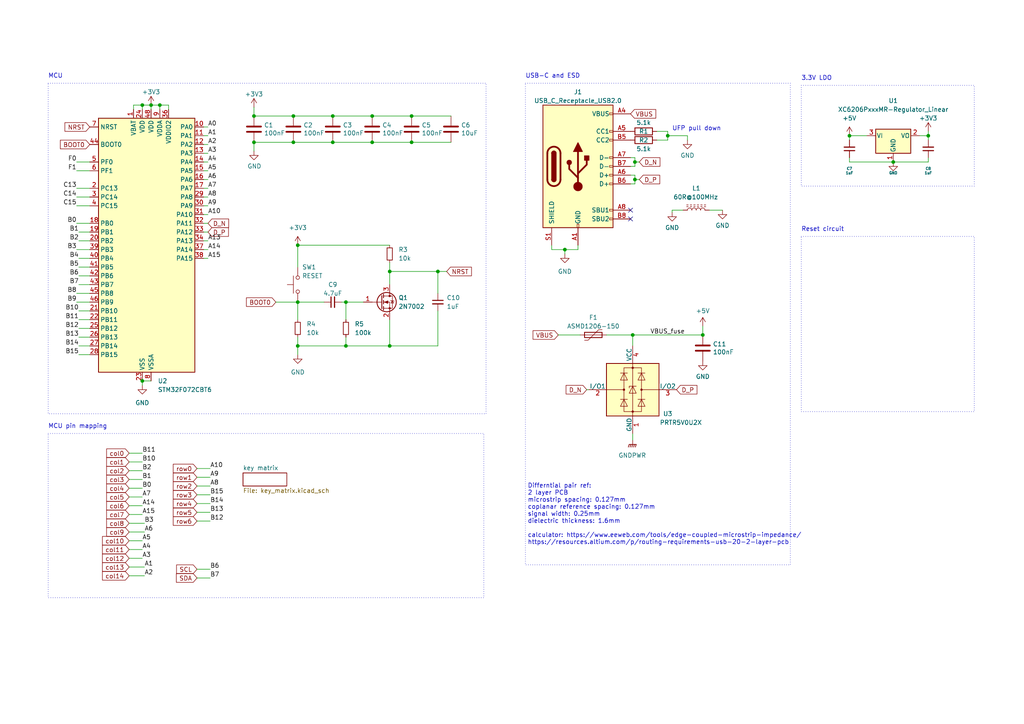
<source format=kicad_sch>
(kicad_sch (version 20230121) (generator eeschema)
  (paper "A4")
  (lib_symbols
    (symbol "+5V_1" (power) (pin_names (offset 0))
      (property "Value" "+5V_1" (at 0 3.556 0))
      (symbol "+5V_1_0_1"
        (polyline (pts (xy -0.762 1.27) (xy 0 2.54)))
        (polyline (pts (xy 0 0) (xy 0 2.54)))
        (polyline (pts (xy 0 2.54) (xy 0.762 1.27)))
      )
      (symbol "+5V_1_1_1"
        (pin power_in line (at 0 0 90) (length 0) hide (name "+5V") (number "1"))
      )
    )
    (symbol "Connector:USB_C_Receptacle_USB2.0" (pin_names (offset 1.016))
      (property "Reference" "J" (at -10.16 19.05 0))
      (property "Value" "USB_C_Receptacle_USB2.0" (at 19.05 19.05 0))
      (symbol "USB_C_Receptacle_USB2.0_0_0"
        (rectangle (start -0.254 -17.78) (end 0.254 -16.764))
        (rectangle (start 10.16 -14.986) (end 9.144 -15.494))
        (rectangle (start 10.16 -12.446) (end 9.144 -12.954))
        (rectangle (start 10.16 -4.826) (end 9.144 -5.334))
        (rectangle (start 10.16 -2.286) (end 9.144 -2.794))
        (rectangle (start 10.16 0.254) (end 9.144 -0.254))
        (rectangle (start 10.16 2.794) (end 9.144 2.286))
        (rectangle (start 10.16 7.874) (end 9.144 7.366))
        (rectangle (start 10.16 10.414) (end 9.144 9.906))
        (rectangle (start 10.16 15.494) (end 9.144 14.986))
      )
      (symbol "USB_C_Receptacle_USB2.0_0_1"
        (rectangle (start -10.16 17.78) (end 10.16 -17.78) (stroke (width 0.254)) (fill (type background)))
        (arc (start -8.89 -3.81) (mid -6.985 -5.7067) (end -5.08 -3.81) (stroke (width 0.508)))
        (arc (start -7.62 -3.81) (mid -6.985 -4.4423) (end -6.35 -3.81) (stroke (width 0.254)))
        (arc (start -7.62 -3.81) (mid -6.985 -4.4423) (end -6.35 -3.81) (stroke (width 0.254)) (fill (type outline)))
        (rectangle (start -7.62 -3.81) (end -6.35 3.81) (stroke (width 0.254)) (fill (type outline)))
        (arc (start -6.35 3.81) (mid -6.985 4.4423) (end -7.62 3.81) (stroke (width 0.254)))
        (arc (start -6.35 3.81) (mid -6.985 4.4423) (end -7.62 3.81) (stroke (width 0.254)) (fill (type outline)))
        (arc (start -5.08 3.81) (mid -6.985 5.7067) (end -8.89 3.81) (stroke (width 0.508)))
        (circle (center -2.54 1.143) (radius 0.635) (stroke (width 0.254)) (fill (type outline)))
        (circle (center 0 -5.842) (radius 1.27) (fill (type outline)))
        (polyline (pts (xy -8.89 -3.81) (xy -8.89 3.81)) (stroke (width 0.508)))
        (polyline (pts (xy -5.08 3.81) (xy -5.08 -3.81)) (stroke (width 0.508)))
        (polyline (pts (xy 0 -5.842) (xy 0 4.318)) (stroke (width 0.508)))
        (polyline (pts (xy 0 -3.302) (xy -2.54 -0.762) (xy -2.54 0.508)) (stroke (width 0.508)))
        (polyline (pts (xy 0 -2.032) (xy 2.54 0.508) (xy 2.54 1.778)) (stroke (width 0.508)))
        (polyline (pts (xy -1.27 4.318) (xy 0 6.858) (xy 1.27 4.318) (xy -1.27 4.318)) (stroke (width 0.254)) (fill (type outline)))
        (rectangle (start 1.905 1.778) (end 3.175 3.048) (stroke (width 0.254)) (fill (type outline)))
      )
      (symbol "USB_C_Receptacle_USB2.0_1_1"
        (pin passive line (at 0 -22.86 90) (length 5.08) (name "GND") (number "A1"))
        (pin passive line (at 0 -22.86 90) (length 5.08) hide (name "GND") (number "A12"))
        (pin passive line (at 15.24 15.24 180) (length 5.08) (name "VBUS") (number "A4"))
        (pin bidirectional line (at 15.24 10.16 180) (length 5.08) (name "CC1") (number "A5"))
        (pin bidirectional line (at 15.24 -2.54 180) (length 5.08) (name "D+") (number "A6"))
        (pin bidirectional line (at 15.24 2.54 180) (length 5.08) (name "D-") (number "A7"))
        (pin bidirectional line (at 15.24 -12.7 180) (length 5.08) (name "SBU1") (number "A8"))
        (pin passive line (at 15.24 15.24 180) (length 5.08) hide (name "VBUS") (number "A9"))
        (pin passive line (at 0 -22.86 90) (length 5.08) hide (name "GND") (number "B1"))
        (pin passive line (at 0 -22.86 90) (length 5.08) hide (name "GND") (number "B12"))
        (pin passive line (at 15.24 15.24 180) (length 5.08) hide (name "VBUS") (number "B4"))
        (pin bidirectional line (at 15.24 7.62 180) (length 5.08) (name "CC2") (number "B5"))
        (pin bidirectional line (at 15.24 -5.08 180) (length 5.08) (name "D+") (number "B6"))
        (pin bidirectional line (at 15.24 0 180) (length 5.08) (name "D-") (number "B7"))
        (pin bidirectional line (at 15.24 -15.24 180) (length 5.08) (name "SBU2") (number "B8"))
        (pin passive line (at 15.24 15.24 180) (length 5.08) hide (name "VBUS") (number "B9"))
        (pin passive line (at -7.62 -22.86 90) (length 5.08) (name "SHIELD") (number "S1"))
      )
    )
    (symbol "Device:C" (pin_numbers hide) (pin_names (offset 0.254))
      (property "Reference" "C" (at 0.635 2.54 0))
      (property "Value" "C" (at 0.635 -2.54 0))
      (symbol "C_0_1"
        (polyline (pts (xy -2.032 -0.762) (xy 2.032 -0.762)) (stroke (width 0.508)))
        (polyline (pts (xy -2.032 0.762) (xy 2.032 0.762)) (stroke (width 0.508)))
      )
      (symbol "C_1_1"
        (pin passive line (at 0 3.81 270) (length 2.794) (name "~") (number "1"))
        (pin passive line (at 0 -3.81 90) (length 2.794) (name "~") (number "2"))
      )
    )
    (symbol "Device:C_Small" (pin_numbers hide) (pin_names (offset 0.254) hide)
      (property "Reference" "C" (at 0.254 1.778 0))
      (property "Value" "C_Small" (at 0.254 -2.032 0))
      (symbol "C_Small_0_1"
        (polyline (pts (xy -1.524 -0.508) (xy 1.524 -0.508)) (stroke (width 0.3302)))
        (polyline (pts (xy -1.524 0.508) (xy 1.524 0.508)) (stroke (width 0.3048)))
      )
      (symbol "C_Small_1_1"
        (pin passive line (at 0 2.54 270) (length 2.032) (name "~") (number "1"))
        (pin passive line (at 0 -2.54 90) (length 2.032) (name "~") (number "2"))
      )
    )
    (symbol "Device:Polyfuse" (pin_numbers hide) (pin_names (offset 0))
      (property "Reference" "F" (at -2.54 0 90))
      (property "Value" "Polyfuse" (at 2.54 0 90))
      (symbol "Polyfuse_0_1"
        (rectangle (start -0.762 2.54) (end 0.762 -2.54) (stroke (width 0.254)))
        (polyline (pts (xy 0 2.54) (xy 0 -2.54)))
        (polyline (pts (xy -1.524 2.54) (xy -1.524 1.524) (xy 1.524 -1.524) (xy 1.524 -2.54)))
      )
      (symbol "Polyfuse_1_1"
        (pin passive line (at 0 3.81 270) (length 1.27) (name "~") (number "1"))
        (pin passive line (at 0 -3.81 90) (length 1.27) (name "~") (number "2"))
      )
    )
    (symbol "Device:R" (pin_numbers hide) (pin_names (offset 0))
      (property "Reference" "R" (at 2.032 0 90))
      (property "Value" "R" (at 0 0 90))
      (symbol "R_0_1"
        (rectangle (start -1.016 -2.54) (end 1.016 2.54) (stroke (width 0.254)))
      )
      (symbol "R_1_1"
        (pin passive line (at 0 3.81 270) (length 1.27) (name "~") (number "1"))
        (pin passive line (at 0 -3.81 90) (length 1.27) (name "~") (number "2"))
      )
    )
    (symbol "Device:R_Small" (pin_numbers hide) (pin_names (offset 0.254) hide)
      (property "Reference" "R" (at 0.762 0.508 0))
      (property "Value" "R_Small" (at 0.762 -1.016 0))
      (symbol "R_Small_0_1"
        (rectangle (start -0.762 1.778) (end 0.762 -1.778) (stroke (width 0.2032)))
      )
      (symbol "R_Small_1_1"
        (pin passive line (at 0 2.54 270) (length 0.762) (name "~") (number "1"))
        (pin passive line (at 0 -2.54 90) (length 0.762) (name "~") (number "2"))
      )
    )
    (symbol "MCU_ST_STM32F0:STM32F072CBTx"
      (property "Reference" "U" (at -12.7 39.37 0))
      (property "Value" "STM32F072CBTx" (at 10.16 39.37 0))
      (symbol "STM32F072CBTx_0_1"
        (rectangle (start -12.7 -35.56) (end 15.24 38.1) (stroke (width 0.254)) (fill (type background)))
      )
      (symbol "STM32F072CBTx_1_1"
        (pin power_in line (at -2.54 40.64 270) (length 2.54) (name "VBAT") (number "1"))
        (pin bidirectional line (at 17.78 35.56 180) (length 2.54) (name "PA0") (number "10"))
        (pin bidirectional line (at 17.78 33.02 180) (length 2.54) (name "PA1") (number "11"))
        (pin bidirectional line (at 17.78 30.48 180) (length 2.54) (name "PA2") (number "12"))
        (pin bidirectional line (at 17.78 27.94 180) (length 2.54) (name "PA3") (number "13"))
        (pin bidirectional line (at 17.78 25.4 180) (length 2.54) (name "PA4") (number "14"))
        (pin bidirectional line (at 17.78 22.86 180) (length 2.54) (name "PA5") (number "15"))
        (pin bidirectional line (at 17.78 20.32 180) (length 2.54) (name "PA6") (number "16"))
        (pin bidirectional line (at 17.78 17.78 180) (length 2.54) (name "PA7") (number "17"))
        (pin bidirectional line (at -15.24 7.62 0) (length 2.54) (name "PB0") (number "18"))
        (pin bidirectional line (at -15.24 5.08 0) (length 2.54) (name "PB1") (number "19"))
        (pin bidirectional line (at -15.24 17.78 0) (length 2.54) (name "PC13") (number "2"))
        (pin bidirectional line (at -15.24 2.54 0) (length 2.54) (name "PB2") (number "20"))
        (pin bidirectional line (at -15.24 -17.78 0) (length 2.54) (name "PB10") (number "21"))
        (pin bidirectional line (at -15.24 -20.32 0) (length 2.54) (name "PB11") (number "22"))
        (pin power_in line (at 0 -38.1 90) (length 2.54) (name "VSS") (number "23"))
        (pin power_in line (at 0 40.64 270) (length 2.54) (name "VDD") (number "24"))
        (pin bidirectional line (at -15.24 -22.86 0) (length 2.54) (name "PB12") (number "25"))
        (pin bidirectional line (at -15.24 -25.4 0) (length 2.54) (name "PB13") (number "26"))
        (pin bidirectional line (at -15.24 -27.94 0) (length 2.54) (name "PB14") (number "27"))
        (pin bidirectional line (at -15.24 -30.48 0) (length 2.54) (name "PB15") (number "28"))
        (pin bidirectional line (at 17.78 15.24 180) (length 2.54) (name "PA8") (number "29"))
        (pin bidirectional line (at -15.24 15.24 0) (length 2.54) (name "PC14") (number "3"))
        (pin bidirectional line (at 17.78 12.7 180) (length 2.54) (name "PA9") (number "30"))
        (pin bidirectional line (at 17.78 10.16 180) (length 2.54) (name "PA10") (number "31"))
        (pin bidirectional line (at 17.78 7.62 180) (length 2.54) (name "PA11") (number "32"))
        (pin bidirectional line (at 17.78 5.08 180) (length 2.54) (name "PA12") (number "33"))
        (pin bidirectional line (at 17.78 2.54 180) (length 2.54) (name "PA13") (number "34"))
        (pin passive line (at 0 -38.1 90) (length 2.54) hide (name "VSS") (number "35"))
        (pin power_in line (at 7.62 40.64 270) (length 2.54) (name "VDDIO2") (number "36"))
        (pin bidirectional line (at 17.78 0 180) (length 2.54) (name "PA14") (number "37"))
        (pin bidirectional line (at 17.78 -2.54 180) (length 2.54) (name "PA15") (number "38"))
        (pin bidirectional line (at -15.24 0 0) (length 2.54) (name "PB3") (number "39"))
        (pin bidirectional line (at -15.24 12.7 0) (length 2.54) (name "PC15") (number "4"))
        (pin bidirectional line (at -15.24 -2.54 0) (length 2.54) (name "PB4") (number "40"))
        (pin bidirectional line (at -15.24 -5.08 0) (length 2.54) (name "PB5") (number "41"))
        (pin bidirectional line (at -15.24 -7.62 0) (length 2.54) (name "PB6") (number "42"))
        (pin bidirectional line (at -15.24 -10.16 0) (length 2.54) (name "PB7") (number "43"))
        (pin input line (at -15.24 30.48 0) (length 2.54) (name "BOOT0") (number "44"))
        (pin bidirectional line (at -15.24 -12.7 0) (length 2.54) (name "PB8") (number "45"))
        (pin bidirectional line (at -15.24 -15.24 0) (length 2.54) (name "PB9") (number "46"))
        (pin passive line (at 0 -38.1 90) (length 2.54) hide (name "VSS") (number "47"))
        (pin power_in line (at 2.54 40.64 270) (length 2.54) (name "VDD") (number "48"))
        (pin bidirectional line (at -15.24 25.4 0) (length 2.54) (name "PF0") (number "5"))
        (pin bidirectional line (at -15.24 22.86 0) (length 2.54) (name "PF1") (number "6"))
        (pin input line (at -15.24 35.56 0) (length 2.54) (name "NRST") (number "7"))
        (pin power_in line (at 2.54 -38.1 90) (length 2.54) (name "VSSA") (number "8"))
        (pin power_in line (at 5.08 40.64 270) (length 2.54) (name "VDDA") (number "9"))
      )
    )
    (symbol "Power_Protection:PRTR5V0U2X" (pin_names (offset 0))
      (property "Reference" "D" (at 2.794 8.636 0))
      (property "Value" "PRTR5V0U2X" (at 8.128 -9.398 0))
      (symbol "PRTR5V0U2X_0_1"
        (rectangle (start -7.62 -7.62) (end 7.62 7.62) (stroke (width 0.254)) (fill (type background)))
        (circle (center -2.54 0) (radius 0.254) (fill (type outline)))
        (rectangle (start -2.54 6.35) (end 2.54 -6.35))
        (circle (center 0 -6.35) (radius 0.254) (fill (type outline)))
        (polyline (pts (xy -2.54 0) (xy -7.62 0)))
        (polyline (pts (xy -1.524 -2.794) (xy -3.556 -2.794)))
        (polyline (pts (xy -1.524 4.826) (xy -3.556 4.826)))
        (polyline (pts (xy 0 -7.62) (xy 0 7.62)))
        (polyline (pts (xy 1.524 -2.794) (xy 3.556 -2.794)))
        (polyline (pts (xy 1.524 4.826) (xy 3.556 4.826)))
        (polyline (pts (xy 2.54 0) (xy 7.62 0)))
        (polyline (pts (xy 1.016 1.016) (xy -1.016 1.016) (xy -1.016 0.508)))
        (polyline (pts (xy -3.556 -4.826) (xy -1.524 -4.826) (xy -2.54 -2.794) (xy -3.556 -4.826)))
        (polyline (pts (xy -3.556 2.794) (xy -1.524 2.794) (xy -2.54 4.826) (xy -3.556 2.794)))
        (polyline (pts (xy -1.016 -1.016) (xy 1.016 -1.016) (xy 0 1.016) (xy -1.016 -1.016)))
        (polyline (pts (xy 3.556 -4.826) (xy 1.524 -4.826) (xy 2.54 -2.794) (xy 3.556 -4.826)))
        (polyline (pts (xy 3.556 2.794) (xy 1.524 2.794) (xy 2.54 4.826) (xy 3.556 2.794)))
        (circle (center 0 6.35) (radius 0.254) (fill (type outline)))
        (circle (center 2.54 0) (radius 0.254) (fill (type outline)))
      )
      (symbol "PRTR5V0U2X_1_1"
        (pin passive line (at 0 -12.7 90) (length 5.08) (name "GND") (number "1"))
        (pin passive line (at -12.7 0 0) (length 5.08) (name "I/O1") (number "2"))
        (pin passive line (at 12.7 0 180) (length 5.08) (name "I/O2") (number "3"))
        (pin passive line (at 0 12.7 270) (length 5.08) (name "VCC") (number "4"))
      )
    )
    (symbol "Switch:SW_Push" (pin_numbers hide) (pin_names (offset 1.016) hide)
      (property "Reference" "SW" (at 1.27 2.54 0))
      (property "Value" "SW_Push" (at 0 -1.524 0))
      (symbol "SW_Push_0_1"
        (circle (center -2.032 0) (radius 0.508))
        (polyline (pts (xy 0 1.27) (xy 0 3.048)))
        (polyline (pts (xy 2.54 1.27) (xy -2.54 1.27)))
        (circle (center 2.032 0) (radius 0.508))
        (pin passive line (at -5.08 0 0) (length 2.54) (name "1") (number "1"))
        (pin passive line (at 5.08 0 180) (length 2.54) (name "2") (number "2"))
      )
    )
    (symbol "Transistor_FET:2N7002" (pin_names hide)
      (property "Reference" "Q" (at 5.08 1.905 0))
      (property "Value" "2N7002" (at 5.08 0 0))
      (symbol "2N7002_0_1"
        (polyline (pts (xy 0.254 0) (xy -2.54 0)))
        (polyline (pts (xy 0.254 1.905) (xy 0.254 -1.905)) (stroke (width 0.254)))
        (polyline (pts (xy 0.762 -1.27) (xy 0.762 -2.286)) (stroke (width 0.254)))
        (polyline (pts (xy 0.762 0.508) (xy 0.762 -0.508)) (stroke (width 0.254)))
        (polyline (pts (xy 0.762 2.286) (xy 0.762 1.27)) (stroke (width 0.254)))
        (polyline (pts (xy 2.54 2.54) (xy 2.54 1.778)))
        (polyline (pts (xy 2.54 -2.54) (xy 2.54 0) (xy 0.762 0)))
        (polyline (pts (xy 0.762 -1.778) (xy 3.302 -1.778) (xy 3.302 1.778) (xy 0.762 1.778)))
        (polyline (pts (xy 1.016 0) (xy 2.032 0.381) (xy 2.032 -0.381) (xy 1.016 0)) (fill (type outline)))
        (polyline (pts (xy 2.794 0.508) (xy 2.921 0.381) (xy 3.683 0.381) (xy 3.81 0.254)))
        (polyline (pts (xy 3.302 0.381) (xy 2.921 -0.254) (xy 3.683 -0.254) (xy 3.302 0.381)))
        (circle (center 1.651 0) (radius 2.794) (stroke (width 0.254)))
        (circle (center 2.54 -1.778) (radius 0.254) (fill (type outline)))
        (circle (center 2.54 1.778) (radius 0.254) (fill (type outline)))
      )
      (symbol "2N7002_1_1"
        (pin input line (at -5.08 0 0) (length 2.54) (name "G") (number "1"))
        (pin passive line (at 2.54 -5.08 90) (length 2.54) (name "S") (number "2"))
        (pin passive line (at 2.54 5.08 270) (length 2.54) (name "D") (number "3"))
      )
    )
    (symbol "Unified-Daughterboard-rescue:L_Core_Ferrite-Device" (pin_numbers hide) (pin_names (offset 1.016) hide)
      (property "Reference" "L" (at -1.27 0 90))
      (property "Value" "Device_L_Core_Ferrite" (at 2.794 0 90))
      (symbol "L_Core_Ferrite-Device_0_1"
        (arc (start 0 -2.54) (mid 0.6323 -1.905) (end 0 -1.27))
        (arc (start 0 -1.27) (mid 0.6323 -0.635) (end 0 0))
        (polyline (pts (xy 1.016 -2.794) (xy 1.016 -2.286)))
        (polyline (pts (xy 1.016 -1.778) (xy 1.016 -1.27)))
        (polyline (pts (xy 1.016 -0.762) (xy 1.016 -0.254)))
        (polyline (pts (xy 1.016 0.254) (xy 1.016 0.762)))
        (polyline (pts (xy 1.016 1.27) (xy 1.016 1.778)))
        (polyline (pts (xy 1.016 2.286) (xy 1.016 2.794)))
        (polyline (pts (xy 1.524 -2.286) (xy 1.524 -2.794)))
        (polyline (pts (xy 1.524 -1.27) (xy 1.524 -1.778)))
        (polyline (pts (xy 1.524 -0.254) (xy 1.524 -0.762)))
        (polyline (pts (xy 1.524 0.762) (xy 1.524 0.254)))
        (polyline (pts (xy 1.524 1.778) (xy 1.524 1.27)))
        (polyline (pts (xy 1.524 2.794) (xy 1.524 2.286)))
        (arc (start 0 0) (mid 0.6323 0.635) (end 0 1.27))
        (arc (start 0 1.27) (mid 0.6323 1.905) (end 0 2.54))
      )
      (symbol "L_Core_Ferrite-Device_1_1"
        (pin passive line (at 0 3.81 270) (length 1.27) (name "1") (number "1"))
        (pin passive line (at 0 -3.81 90) (length 1.27) (name "2") (number "2"))
      )
    )
    (symbol "kicad-keyboard-parts:XC6206PxxxMR-Regulator_Linear" (pin_names (offset 0.254))
      (property "Reference" "U" (at -3.81 3.175 0))
      (property "Value" "XC6206PxxxMR-Regulator_Linear" (at 0 3.175 0))
      (property "LCSC" "C5446" (at 0 0 0))
      (symbol "XC6206PxxxMR-Regulator_Linear_0_1"
        (rectangle (start -5.08 1.905) (end 5.08 -5.08) (stroke (width 0.254)) (fill (type background)))
      )
      (symbol "XC6206PxxxMR-Regulator_Linear_1_1"
        (pin power_in line (at 0 -7.62 90) (length 2.54) (name "GND") (number "1"))
        (pin power_out line (at 7.62 0 180) (length 2.54) (name "VO") (number "2"))
        (pin power_in line (at -7.62 0 0) (length 2.54) (name "VI") (number "3"))
      )
    )
    (symbol "power:+3V3" (power) (pin_names (offset 0))
      (property "Value" "+3V3" (at 0 3.556 0))
      (symbol "+3V3_0_1"
        (polyline (pts (xy -0.762 1.27) (xy 0 2.54)))
        (polyline (pts (xy 0 0) (xy 0 2.54)))
        (polyline (pts (xy 0 2.54) (xy 0.762 1.27)))
      )
      (symbol "+3V3_1_1"
        (pin power_in line (at 0 0 90) (length 0) hide (name "+3V3") (number "1"))
      )
    )
    (symbol "power:+5V" (power) (pin_names (offset 0))
      (property "Value" "+5V" (at 0 3.556 0))
      (symbol "+5V_0_1"
        (polyline (pts (xy -0.762 1.27) (xy 0 2.54)))
        (polyline (pts (xy 0 0) (xy 0 2.54)))
        (polyline (pts (xy 0 2.54) (xy 0.762 1.27)))
      )
      (symbol "+5V_1_1"
        (pin power_in line (at 0 0 90) (length 0) hide (name "+5V") (number "1"))
      )
    )
    (symbol "power:GND" (power) (pin_names (offset 0))
      (property "Value" "GND" (at 0 -3.81 0))
      (symbol "GND_0_1"
        (polyline (pts (xy 0 0) (xy 0 -1.27) (xy 1.27 -1.27) (xy 0 -2.54) (xy -1.27 -1.27) (xy 0 -1.27)))
      )
      (symbol "GND_1_1"
        (pin power_in line (at 0 0 270) (length 0) hide (name "GND") (number "1"))
      )
    )
    (symbol "power:GNDPWR" (power) (pin_names (offset 0))
      (property "Value" "GNDPWR" (at 0 -3.302 0))
      (symbol "GNDPWR_0_1"
        (polyline (pts (xy 0 -1.27) (xy 0 0)))
        (polyline (pts (xy -1.016 -1.27) (xy -1.27 -2.032) (xy -1.27 -2.032)) (stroke (width 0.2032)))
        (polyline (pts (xy -0.508 -1.27) (xy -0.762 -2.032) (xy -0.762 -2.032)) (stroke (width 0.2032)))
        (polyline (pts (xy 0 -1.27) (xy -0.254 -2.032) (xy -0.254 -2.032)) (stroke (width 0.2032)))
        (polyline (pts (xy 0.508 -1.27) (xy 0.254 -2.032) (xy 0.254 -2.032)) (stroke (width 0.2032)))
        (polyline (pts (xy 1.016 -1.27) (xy -1.016 -1.27) (xy -1.016 -1.27)) (stroke (width 0.2032)))
        (polyline (pts (xy 1.016 -1.27) (xy 0.762 -2.032) (xy 0.762 -2.032) (xy 0.762 -2.032)) (stroke (width 0.2032)))
      )
      (symbol "GNDPWR_1_1"
        (pin power_in line (at 0 0 270) (length 0) hide (name "GNDPWR") (number "1"))
      )
    )
  )
  (junction (at 163.83 72.39))
  (junction (at 41.275 110.49))
  (junction (at 107.95 33.655))
  (junction (at 41.275 30.48))
  (junction (at 127 78.74))
  (junction (at 43.815 30.48))
  (junction (at 269.24 39.37))
  (junction (at 46.355 30.48))
  (junction (at 85.09 33.655))
  (junction (at 184.15 52.07))
  (junction (at 113.03 100.33))
  (junction (at 184.15 46.99))
  (junction (at 193.675 39.37))
  (junction (at 100.33 87.63))
  (junction (at 96.52 33.655))
  (junction (at 86.36 71.12))
  (junction (at 86.36 87.63))
  (junction (at 113.03 78.74))
  (junction (at 259.08 46.99) (diameter 0.9144))
  (junction (at 203.835 97.155))
  (junction (at 119.38 33.655))
  (junction (at 100.33 100.33))
  (junction (at 183.515 97.155))
  (junction (at 119.38 41.275))
  (junction (at 85.09 41.275))
  (junction (at 86.36 100.33))
  (junction (at 73.66 41.275))
  (junction (at 73.66 33.655))
  (junction (at 96.52 41.275))
  (junction (at 246.38 39.37) (diameter 0.9144))
  (junction (at 107.95 41.275))
  (no_connect (at 182.88 60.96))
  (no_connect (at 182.88 63.5))
  (wire (pts (xy 41.275 111.76) (xy 41.275 110.49)))
  (wire (pts (xy 107.95 41.275) (xy 119.38 41.275)))
  (wire (pts (xy 259.08 46.99) (xy 269.24 46.99)))
  (wire (pts (xy 60.325 57.15) (xy 59.055 57.15)))
  (wire (pts (xy 22.225 57.15) (xy 26.035 57.15)))
  (wire (pts (xy 60.325 52.07) (xy 59.055 52.07)))
  (wire (pts (xy 113.03 78.74) (xy 113.03 82.55)))
  (wire (pts (xy 160.02 72.39) (xy 163.83 72.39)))
  (wire (pts (xy 113.03 100.33) (xy 113.03 92.71)))
  (wire (pts (xy 269.24 38.1) (xy 269.24 39.37)))
  (wire (pts (xy 184.15 45.72) (xy 184.15 46.99)))
  (wire (pts (xy 85.09 33.655) (xy 73.66 33.655)))
  (wire (pts (xy 96.52 41.275) (xy 107.95 41.275)))
  (wire (pts (xy 199.39 39.37) (xy 199.39 40.64)))
  (wire (pts (xy 22.86 92.71) (xy 26.035 92.71)))
  (wire (pts (xy 161.925 97.155) (xy 168.275 97.155)))
  (wire (pts (xy 41.275 30.48) (xy 43.815 30.48)))
  (wire (pts (xy 37.465 167.005) (xy 41.91 167.005)))
  (wire (pts (xy 193.675 39.37) (xy 193.675 38.1)))
  (wire (pts (xy 22.86 100.33) (xy 26.035 100.33)))
  (wire (pts (xy 57.15 140.97) (xy 60.96 140.97)))
  (wire (pts (xy 37.465 151.765) (xy 41.91 151.765)))
  (wire (pts (xy 46.355 30.48) (xy 43.815 30.48)))
  (wire (pts (xy 37.465 133.985) (xy 41.275 133.985)))
  (wire (pts (xy 184.15 50.8) (xy 184.15 52.07)))
  (wire (pts (xy 22.225 54.61) (xy 26.035 54.61)))
  (wire (pts (xy 113.03 78.74) (xy 127 78.74)))
  (wire (pts (xy 269.24 39.37) (xy 269.24 40.64)))
  (wire (pts (xy 86.36 97.79) (xy 86.36 100.33)))
  (wire (pts (xy 38.735 30.48) (xy 38.735 31.75)))
  (wire (pts (xy 209.55 60.96) (xy 205.74 60.96)))
  (wire (pts (xy 167.64 72.39) (xy 167.64 71.12)))
  (wire (pts (xy 22.86 97.79) (xy 26.035 97.79)))
  (wire (pts (xy 37.465 136.525) (xy 41.275 136.525)))
  (wire (pts (xy 60.325 67.31) (xy 59.055 67.31)))
  (wire (pts (xy 160.02 71.12) (xy 160.02 72.39)))
  (wire (pts (xy 22.225 87.63) (xy 26.035 87.63)))
  (wire (pts (xy 57.15 138.43) (xy 60.96 138.43)))
  (wire (pts (xy 46.355 30.48) (xy 46.355 31.75)))
  (wire (pts (xy 183.515 125.73) (xy 183.515 127.635)))
  (wire (pts (xy 37.465 131.445) (xy 41.275 131.445)))
  (wire (pts (xy 86.36 87.63) (xy 93.98 87.63)))
  (wire (pts (xy 184.15 53.34) (xy 184.15 52.07)))
  (wire (pts (xy 37.465 154.305) (xy 41.91 154.305)))
  (wire (pts (xy 22.86 90.17) (xy 26.035 90.17)))
  (wire (pts (xy 22.86 74.93) (xy 26.035 74.93)))
  (wire (pts (xy 37.465 149.225) (xy 41.275 149.225)))
  (wire (pts (xy 182.88 48.26) (xy 184.15 48.26)))
  (wire (pts (xy 163.83 72.39) (xy 167.64 72.39)))
  (wire (pts (xy 60.325 46.99) (xy 59.055 46.99)))
  (wire (pts (xy 37.465 159.385) (xy 41.275 159.385)))
  (wire (pts (xy 48.895 30.48) (xy 48.895 31.75)))
  (wire (pts (xy 100.33 100.33) (xy 113.03 100.33)))
  (wire (pts (xy 22.86 77.47) (xy 26.035 77.47)))
  (wire (pts (xy 119.38 41.275) (xy 130.81 41.275)))
  (wire (pts (xy 22.225 46.99) (xy 26.035 46.99)))
  (wire (pts (xy 269.24 45.72) (xy 269.24 46.99)))
  (wire (pts (xy 57.15 165.1) (xy 60.96 165.1)))
  (wire (pts (xy 60.325 41.91) (xy 59.055 41.91)))
  (wire (pts (xy 107.95 33.655) (xy 119.38 33.655)))
  (wire (pts (xy 266.7 39.37) (xy 269.24 39.37)))
  (wire (pts (xy 194.945 60.96) (xy 198.12 60.96)))
  (wire (pts (xy 246.38 39.37) (xy 251.46 39.37)))
  (wire (pts (xy 46.355 30.48) (xy 48.895 30.48)))
  (wire (pts (xy 86.36 87.63) (xy 86.36 92.71)))
  (wire (pts (xy 57.15 146.05) (xy 60.96 146.05)))
  (wire (pts (xy 100.33 97.79) (xy 100.33 100.33)))
  (wire (pts (xy 113.03 100.33) (xy 127 100.33)))
  (wire (pts (xy 127 78.74) (xy 129.54 78.74)))
  (wire (pts (xy 86.36 71.12) (xy 86.36 77.47)))
  (wire (pts (xy 22.225 59.69) (xy 26.035 59.69)))
  (wire (pts (xy 73.66 43.815) (xy 73.66 41.275)))
  (wire (pts (xy 246.38 39.37) (xy 246.38 40.64)))
  (wire (pts (xy 190.5 38.1) (xy 193.675 38.1)))
  (wire (pts (xy 37.465 161.925) (xy 41.275 161.925)))
  (wire (pts (xy 22.86 95.25) (xy 26.035 95.25)))
  (wire (pts (xy 96.52 33.655) (xy 107.95 33.655)))
  (wire (pts (xy 193.675 39.37) (xy 199.39 39.37)))
  (wire (pts (xy 203.835 94.615) (xy 203.835 97.155)))
  (wire (pts (xy 60.325 49.53) (xy 59.055 49.53)))
  (wire (pts (xy 22.86 80.01) (xy 26.035 80.01)))
  (wire (pts (xy 60.325 64.77) (xy 59.055 64.77)))
  (wire (pts (xy 194.945 61.595) (xy 194.945 60.96)))
  (wire (pts (xy 99.06 87.63) (xy 100.33 87.63)))
  (wire (pts (xy 86.36 100.33) (xy 86.36 102.87)))
  (wire (pts (xy 182.88 50.8) (xy 184.15 50.8)))
  (wire (pts (xy 100.33 87.63) (xy 105.41 87.63)))
  (wire (pts (xy 22.225 72.39) (xy 26.035 72.39)))
  (wire (pts (xy 182.88 53.34) (xy 184.15 53.34)))
  (wire (pts (xy 22.86 67.31) (xy 26.035 67.31)))
  (wire (pts (xy 22.225 64.77) (xy 26.035 64.77)))
  (wire (pts (xy 60.325 72.39) (xy 59.055 72.39)))
  (wire (pts (xy 57.15 148.59) (xy 60.96 148.59)))
  (wire (pts (xy 37.465 156.845) (xy 41.275 156.845)))
  (wire (pts (xy 22.86 102.87) (xy 26.035 102.87)))
  (wire (pts (xy 22.225 49.53) (xy 26.035 49.53)))
  (wire (pts (xy 80.01 87.63) (xy 86.36 87.63)))
  (wire (pts (xy 57.15 143.51) (xy 60.96 143.51)))
  (wire (pts (xy 190.5 40.64) (xy 193.675 40.64)))
  (wire (pts (xy 182.88 45.72) (xy 184.15 45.72)))
  (wire (pts (xy 60.325 39.37) (xy 59.055 39.37)))
  (wire (pts (xy 37.465 146.685) (xy 41.275 146.685)))
  (wire (pts (xy 183.515 97.155) (xy 203.835 97.155)))
  (wire (pts (xy 183.515 97.155) (xy 183.515 100.33)))
  (wire (pts (xy 60.325 44.45) (xy 59.055 44.45)))
  (wire (pts (xy 246.38 45.72) (xy 246.38 46.99)))
  (wire (pts (xy 170.18 113.03) (xy 170.815 113.03)))
  (wire (pts (xy 22.86 82.55) (xy 26.035 82.55)))
  (wire (pts (xy 60.96 135.89) (xy 57.15 135.89)))
  (wire (pts (xy 37.465 144.145) (xy 41.275 144.145)))
  (wire (pts (xy 259.08 46.99) (xy 246.38 46.99)))
  (wire (pts (xy 60.325 69.85) (xy 59.055 69.85)))
  (wire (pts (xy 37.465 139.065) (xy 41.275 139.065)))
  (wire (pts (xy 22.86 69.85) (xy 26.035 69.85)))
  (wire (pts (xy 85.09 41.275) (xy 96.52 41.275)))
  (wire (pts (xy 163.83 73.66) (xy 163.83 72.39)))
  (wire (pts (xy 60.325 54.61) (xy 59.055 54.61)))
  (wire (pts (xy 175.895 97.155) (xy 183.515 97.155)))
  (wire (pts (xy 60.96 151.13) (xy 57.15 151.13)))
  (wire (pts (xy 100.33 100.33) (xy 86.36 100.33)))
  (wire (pts (xy 60.325 62.23) (xy 59.055 62.23)))
  (wire (pts (xy 193.675 40.64) (xy 193.675 39.37)))
  (wire (pts (xy 37.465 141.605) (xy 41.275 141.605)))
  (wire (pts (xy 41.275 110.49) (xy 43.815 110.49)))
  (wire (pts (xy 184.15 46.99) (xy 184.15 48.26)))
  (wire (pts (xy 86.36 71.12) (xy 113.03 71.12)))
  (wire (pts (xy 60.325 74.93) (xy 59.055 74.93)))
  (wire (pts (xy 100.33 87.63) (xy 100.33 92.71)))
  (wire (pts (xy 119.38 33.655) (xy 130.81 33.655)))
  (wire (pts (xy 85.09 33.655) (xy 96.52 33.655)))
  (wire (pts (xy 43.815 30.48) (xy 43.815 31.75)))
  (wire (pts (xy 41.275 30.48) (xy 41.275 31.75)))
  (wire (pts (xy 184.15 52.07) (xy 185.42 52.07)))
  (wire (pts (xy 38.735 30.48) (xy 41.275 30.48)))
  (wire (pts (xy 57.15 167.64) (xy 60.96 167.64)))
  (wire (pts (xy 73.66 31.115) (xy 73.66 33.655)))
  (wire (pts (xy 127 78.74) (xy 127 85.09)))
  (wire (pts (xy 60.325 36.83) (xy 59.055 36.83)))
  (wire (pts (xy 60.325 59.69) (xy 59.055 59.69)))
  (wire (pts (xy 127 100.33) (xy 127 90.17)))
  (wire (pts (xy 37.465 164.465) (xy 41.91 164.465)))
  (wire (pts (xy 184.15 46.99) (xy 185.42 46.99)))
  (wire (pts (xy 85.09 41.275) (xy 73.66 41.275)))
  (wire (pts (xy 22.225 85.09) (xy 26.035 85.09)))
  (wire (pts (xy 113.03 76.2) (xy 113.03 78.74)))
  (rectangle (start 232.41 24.765) (end 282.575 53.975) (stroke (width 0) (type dot)))
  (rectangle (start 13.97 125.73) (end 140.335 173.355) (stroke (width 0) (type dot)))
  (rectangle (start 232.41 68.58) (end 282.575 119.38) (stroke (width 0) (type dot)))
  (rectangle (start 152.4 24.13) (end 229.235 163.83) (stroke (width 0) (type dot)))
  (rectangle (start 13.97 24.13) (end 140.97 120.015) (stroke (width 0) (type dot)))
  (text "UFP pull down" (at 194.945 38.1 0) (effects (font (size 1.27 1.27)) (justify left bottom)))
  (text "MCU pin mapping" (at 13.97 124.46 0) (effects (font (size 1.27 1.27)) (justify left bottom)))
  (text "MCU" (at 13.97 22.86 0) (effects (font (size 1.27 1.27)) (justify left bottom)))
  (text "3.3V LDO" (at 232.41 23.495 0) (effects (font (size 1.27 1.27)) (justify left bottom)))
  (text "USB-C and ESD" (at 152.4 22.86 0) (effects (font (size 1.27 1.27)) (justify left bottom)))
  (text "Reset circuit" (at 232.41 67.31 0) (effects (font (size 1.27 1.27)) (justify left bottom)))
  (text "Differntial pair ref:\n2 layer PCB\nmicrostrip spacing: 0.127mm\ncoplanar reference spacing: 0.127mm\nsignal width: 0.25mm\ndielectric thickness: 1.6mm\n\ncalculator: https://www.eeweb.com/tools/edge-coupled-microstrip-impedance/\nhttps://resources.altium.com/p/routing-requirements-usb-20-2-layer-pcb" (at 153.035 158.115 0) (effects (font (size 1.27 1.27)) (justify left bottom)))
  (label "F0" (at 22.225 46.99 180))
  (label "B3" (at 22.225 72.39 180))
  (label "B9" (at 22.225 87.63 180))
  (label "B5" (at 22.86 77.47 180))
  (label "C15" (at 22.225 59.69 180))
  (label "B0" (at 22.225 64.77 180))
  (label "B3" (at 41.91 151.765 0))
  (label "B11" (at 41.275 131.445 0))
  (label "A5" (at 41.275 156.845 0))
  (label "A9" (at 60.325 59.69 0))
  (label "B13" (at 22.86 97.79 180))
  (label "C14" (at 22.225 57.15 180))
  (label "A14" (at 60.325 72.39 0))
  (label "A5" (at 60.325 49.53 0))
  (label "B11" (at 22.86 92.71 180))
  (label "B0" (at 41.275 141.605 0))
  (label "B10" (at 22.86 90.17 180))
  (label "A0" (at 60.325 36.83 0))
  (label "VBUS_fuse" (at 188.595 97.155 0))
  (label "A7" (at 60.325 54.61 0))
  (label "B6" (at 22.86 80.01 180))
  (label "B2" (at 22.86 69.85 180))
  (label "A15" (at 60.325 74.93 0))
  (label "B8" (at 22.225 85.09 180))
  (label "A10" (at 60.96 135.89 0))
  (label "A8" (at 60.325 57.15 0))
  (label "A6" (at 60.325 52.07 0))
  (label "B15" (at 22.86 102.87 180))
  (label "B13" (at 60.96 148.59 0))
  (label "B14" (at 60.96 146.05 0))
  (label "B6" (at 60.96 165.1 0))
  (label "A13" (at 60.325 69.85 0))
  (label "A8" (at 60.96 140.97 0))
  (label "A7" (at 41.275 144.145 0))
  (label "B10" (at 41.275 133.985 0))
  (label "F1" (at 22.225 49.53 180))
  (label "A2" (at 41.91 167.005 0))
  (label "B4" (at 22.86 74.93 180))
  (label "B12" (at 22.86 95.25 180))
  (label "B1" (at 22.86 67.31 180))
  (label "A1" (at 60.325 39.37 0))
  (label "B2" (at 41.275 136.525 0))
  (label "A10" (at 60.325 62.23 0))
  (label "B7" (at 22.86 82.55 180))
  (label "A2" (at 60.325 41.91 0))
  (label "B14" (at 22.86 100.33 180))
  (label "A14" (at 41.275 146.685 0))
  (label "B7" (at 60.96 167.64 0))
  (label "C13" (at 22.225 54.61 180))
  (label "A3" (at 60.325 44.45 0))
  (label "A6" (at 41.91 154.305 0))
  (label "B1" (at 41.275 139.065 0))
  (label "B15" (at 60.96 143.51 0))
  (label "A9" (at 60.96 138.43 0))
  (label "A1" (at 41.91 164.465 0))
  (label "A3" (at 41.275 161.925 0))
  (label "A15" (at 41.275 149.225 0))
  (label "A4" (at 60.325 46.99 0))
  (label "B12" (at 60.96 151.13 0))
  (label "A4" (at 41.275 159.385 0))
  (global_label "col4" (shape input) (at 37.465 141.605 180) (property "Intersheetrefs" "${INTERSHEET_REFS}" (effects hide)))
  (global_label "NRST" (shape input) (at 129.54 78.74 0) (property "Intersheetrefs" "${INTERSHEET_REFS}" (effects hide)))
  (global_label "D_N" (shape input) (at 170.18 113.03 180) (property "Intersheetrefs" "${INTERSHEET_REFS}" (effects hide)))
  (global_label "D_P" (shape input) (at 185.42 52.07 0) (property "Intersheetrefs" "${INTERSHEET_REFS}" (effects hide)))
  (global_label "row3" (shape input) (at 57.15 143.51 180) (property "Intersheetrefs" "${INTERSHEET_REFS}" (effects hide)))
  (global_label "VBUS" (shape input) (at 161.925 97.155 180) (property "Intersheetrefs" "${INTERSHEET_REFS}" (effects hide)))
  (global_label "col0" (shape input) (at 37.465 131.445 180) (property "Intersheetrefs" "${INTERSHEET_REFS}" (effects hide)))
  (global_label "col6" (shape input) (at 37.465 146.685 180) (property "Intersheetrefs" "${INTERSHEET_REFS}" (effects hide)))
  (global_label "col11" (shape input) (at 37.465 159.385 180) (property "Intersheetrefs" "${INTERSHEET_REFS}" (effects hide)))
  (global_label "D_P" (shape input) (at 196.215 113.03 0) (property "Intersheetrefs" "${INTERSHEET_REFS}" (effects hide)))
  (global_label "BOOT0" (shape input) (at 80.01 87.63 180) (property "Intersheetrefs" "${INTERSHEET_REFS}" (effects hide)))
  (global_label "col2" (shape input) (at 37.465 136.525 180) (property "Intersheetrefs" "${INTERSHEET_REFS}" (effects hide)))
  (global_label "row5" (shape input) (at 57.15 148.59 180) (property "Intersheetrefs" "${INTERSHEET_REFS}" (effects hide)))
  (global_label "col5" (shape input) (at 37.465 144.145 180) (property "Intersheetrefs" "${INTERSHEET_REFS}" (effects hide)))
  (global_label "col13" (shape input) (at 37.465 164.465 180) (property "Intersheetrefs" "${INTERSHEET_REFS}" (effects hide)))
  (global_label "col12" (shape input) (at 37.465 161.925 180) (property "Intersheetrefs" "${INTERSHEET_REFS}" (effects hide)))
  (global_label "col3" (shape input) (at 37.465 139.065 180) (property "Intersheetrefs" "${INTERSHEET_REFS}" (effects hide)))
  (global_label "col8" (shape input) (at 37.465 151.765 180) (property "Intersheetrefs" "${INTERSHEET_REFS}" (effects hide)))
  (global_label "row4" (shape input) (at 57.15 146.05 180) (property "Intersheetrefs" "${INTERSHEET_REFS}" (effects hide)))
  (global_label "SCL" (shape input) (at 57.15 165.1 180) (property "Intersheetrefs" "${INTERSHEET_REFS}" (effects hide)))
  (global_label "BOOT0" (shape input) (at 26.035 41.91 180) (property "Intersheetrefs" "${INTERSHEET_REFS}" (effects hide)))
  (global_label "row2" (shape input) (at 57.15 140.97 180) (property "Intersheetrefs" "${INTERSHEET_REFS}" (effects hide)))
  (global_label "col14" (shape input) (at 37.465 167.005 180) (property "Intersheetrefs" "${INTERSHEET_REFS}" (effects hide)))
  (global_label "row1" (shape input) (at 57.15 138.43 180) (property "Intersheetrefs" "${INTERSHEET_REFS}" (effects hide)))
  (global_label "D_P" (shape input) (at 60.325 67.31 0) (property "Intersheetrefs" "${INTERSHEET_REFS}" (effects hide)))
  (global_label "VBUS" (shape input) (at 182.88 33.02 0) (property "Intersheetrefs" "${INTERSHEET_REFS}" (effects hide)))
  (global_label "row0" (shape input) (at 57.15 135.89 180) (property "Intersheetrefs" "${INTERSHEET_REFS}" (effects hide)))
  (global_label "D_N" (shape input) (at 60.325 64.77 0) (property "Intersheetrefs" "${INTERSHEET_REFS}" (effects hide)))
  (global_label "col7" (shape input) (at 37.465 149.225 180) (property "Intersheetrefs" "${INTERSHEET_REFS}" (effects hide)))
  (global_label "SDA" (shape input) (at 57.15 167.64 180) (property "Intersheetrefs" "${INTERSHEET_REFS}" (effects hide)))
  (global_label "col10" (shape input) (at 37.465 156.845 180) (property "Intersheetrefs" "${INTERSHEET_REFS}" (effects hide)))
  (global_label "row6" (shape input) (at 57.15 151.13 180) (property "Intersheetrefs" "${INTERSHEET_REFS}" (effects hide)))
  (global_label "NRST" (shape input) (at 26.035 36.83 180) (property "Intersheetrefs" "${INTERSHEET_REFS}" (effects hide)))
  (global_label "D_N" (shape input) (at 185.42 46.99 0) (property "Intersheetrefs" "${INTERSHEET_REFS}" (effects hide)))
  (global_label "col1" (shape input) (at 37.465 133.985 180) (property "Intersheetrefs" "${INTERSHEET_REFS}" (effects hide)))
  (global_label "col9" (shape input) (at 37.465 154.305 180) (property "Intersheetrefs" "${INTERSHEET_REFS}" (effects hide)))
  (symbol (lib_id "Device:C_Small") (at 246.38 43.18 180) (unit 1)
    (property "Reference" "C7" (at 246.38 48.895 0) (effects (font (size 0.762 0.762))))
    (property "Value" "1uF" (at 246.38 50.165 0) (effects (font (size 0.762 0.762))))
    (property "Footprint" "Capacitor_SMD:C_0402_1005Metric" (effects hide))
    (property "LCSC" "C52923" (effects hide))
  )
  (symbol (lib_id "Device:C_Small") (at 96.52 87.63 90) (unit 1)
    (property "Reference" "C9" (at 96.52 82.55 90))
    (property "Value" "4.7uF" (at 96.52 85.09 90))
    (property "Footprint" "Capacitor_SMD:C_0402_1005Metric" (effects hide))
    (property "LCSC" "C23733" (effects hide))
  )
  (symbol (lib_id "Unified-Daughterboard-rescue:L_Core_Ferrite-Device") (at 201.93 60.96 90) (unit 1)
    (property "Reference" "L1" (at 203.2 54.61 90) (effects (justify left)))
    (property "Value" "60R@100MHz" (at 208.28 57.15 90) (effects (justify left)))
    (property "Footprint" "Inductor_SMD:L_1206_3216Metric" (effects hide))
    (property "Manufacturer" "MELED Industrial" (effects hide))
    (property "Manufacturer Part No" "MLB3216-600P4A(f)" (effects hide))
    (property "LCSC" "C33600" (effects hide))
    (property "Package" "L1206" (effects hide))
  )
  (symbol (lib_id "Device:C_Small") (at 269.24 43.18 180) (unit 1)
    (property "Reference" "C8" (at 269.24 48.895 0) (effects (font (size 0.762 0.762))))
    (property "Value" "1uF" (at 269.24 50.165 0) (effects (font (size 0.762 0.762))))
    (property "Footprint" "Capacitor_SMD:C_0402_1005Metric" (effects hide))
    (property "LCSC" "C52923" (effects hide))
  )
  (symbol (lib_id "Connector:USB_C_Receptacle_USB2.0") (at 167.64 48.26 0) (unit 1)
    (property "Reference" "J1" (at 167.64 26.67 0))
    (property "Value" "USB_C_Receptacle_USB2.0" (at 167.64 29.21 0))
    (property "Footprint" "Connector_USB:USB_C_Receptacle_HRO_TYPE-C-31-M-12" (effects hide))
    (property "Datasheet" "https://www.usb.org/sites/default/files/documents/usb_type-c.zip" (effects hide))
    (property "JlcRotOffset" "180" (effects hide))
    (property "JlcPosOffset" "0,1.5" (effects hide))
    (property "LCSC" "C165948" (effects hide))
  )
  (symbol (lib_id "power:GND") (at 163.83 73.66 0) (unit 1)
    (property "Reference" "#PWR011" (effects hide))
    (property "Value" "GND" (at 163.83 78.74 0))
  )
  (symbol (lib_id "Power_Protection:PRTR5V0U2X") (at 183.515 113.03 0) (unit 1)
    (property "Reference" "U3" (at 193.675 120.015 0))
    (property "Value" "PRTR5V0U2X" (at 197.485 122.555 0))
    (property "Footprint" "Package_TO_SOT_SMD:SOT-143" (effects hide))
    (property "Datasheet" "https://assets.nexperia.com/documents/data-sheet/PRTR5V0U2X.pdf" (effects hide))
    (property "LCSC" "C2827688" (effects hide))
    (property "JlcRotOffset" "90" (effects hide))
  )
  (symbol (lib_id "Switch:SW_Push") (at 86.36 82.55 90) (unit 1)
    (property "Reference" "SW1" (at 87.63 77.47 90) (effects (justify right)))
    (property "Value" "RESET" (at 87.63 80.01 90) (effects (justify right)))
    (property "Footprint" "Button_Switch_SMD:SW_SPST_SKQG_WithoutStem" (effects hide))
    (property "LCSC" "C318884" (effects hide))
  )
  (symbol (lib_id "MCU_ST_STM32F0:STM32F072CBTx") (at 41.275 72.39 0) (unit 1)
    (property "Reference" "U2" (at 45.7709 110.49 0) (effects (justify left)))
    (property "Value" "STM32F072CBT6" (at 45.7709 113.03 0) (effects (justify left)))
    (property "Footprint" "Package_QFP:LQFP-48_7x7mm_P0.5mm" (effects hide))
    (property "Datasheet" "https://www.st.com/resource/en/datasheet/stm32f072cb.pdf" (effects hide))
    (property "JlcRotOffset" "90" (effects hide))
    (property "LCSC" "C81720" (effects hide))
  )
  (symbol (lib_id "Device:R_Small") (at 86.36 95.25 0) (unit 1)
    (property "Reference" "R4" (at 88.9 93.98 0) (effects (justify left)))
    (property "Value" "10k" (at 88.9 96.52 0) (effects (justify left)))
    (property "Footprint" "Resistor_SMD:R_0402_1005Metric" (effects hide))
    (property "LCSC" "C25744" (effects hide))
  )
  (symbol (lib_id "power:GND") (at 41.275 111.76 0) (unit 1)
    (property "Reference" "#PWR015" (effects hide))
    (property "Value" "GND" (at 41.275 116.84 0))
  )
  (symbol (lib_id "Device:C") (at 107.95 37.465 0) (unit 1)
    (property "Reference" "C4" (at 110.871 36.2966 0) (effects (justify left)))
    (property "Value" "100nF" (at 110.871 38.608 0) (effects (justify left)))
    (property "Footprint" "Capacitor_SMD:C_0402_1005Metric" (effects hide))
    (property "LCSC" "C307331" (effects hide))
  )
  (symbol (lib_id "kicad-keyboard-parts:XC6206PxxxMR-Regulator_Linear") (at 259.08 39.37 0) (unit 1)
    (property "Reference" "U1" (at 259.08 29.21 0))
    (property "Value" "XC6206PxxxMR-Regulator_Linear" (at 259.08 31.75 0))
    (property "Footprint" "Package_TO_SOT_SMD:SOT-23" (effects hide))
    (property "Datasheet" "https://www.torexsemi.com/file/xc6206/XC6206.pdf" (effects hide))
    (property "LCSC" "C5446" (effects hide))
  )
  (symbol (lib_id "power:GND") (at 73.66 43.815 0) (unit 1)
    (property "Reference" "#PWR06" (effects hide))
    (property "Value" "GND" (at 73.787 48.2092 0))
  )
  (symbol (lib_id "power:+3V3") (at 73.66 31.115 0) (unit 1)
    (property "Reference" "#PWR02" (effects hide))
    (property "Value" "+3V3" (at 73.66 27.305 0))
  )
  (symbol (lib_id "power:GND") (at 199.39 40.64 0) (unit 1)
    (property "Reference" "#PWR05" (effects hide))
    (property "Value" "GND" (at 199.39 45.085 0))
  )
  (symbol (lib_id "power:+3V3") (at 43.815 30.48 0) (unit 1)
    (property "Reference" "#PWR01" (effects hide))
    (property "Value" "+3V3" (at 43.815 26.67 0))
  )
  (symbol (lib_id "Device:R_Small") (at 100.33 95.25 0) (unit 1)
    (property "Reference" "R5" (at 102.87 93.98 0) (effects (justify left)))
    (property "Value" "100k" (at 102.87 96.52 0) (effects (justify left)))
    (property "Footprint" "Resistor_SMD:R_0402_1005Metric" (effects hide))
    (property "LCSC" "C25741" (effects hide))
  )
  (symbol (lib_id "Device:R") (at 186.69 40.64 270) (mirror x) (unit 1)
    (property "Reference" "R2" (at 186.69 40.64 90))
    (property "Value" "5.1k" (at 186.69 43.18 90))
    (property "Footprint" "Resistor_SMD:R_0402_1005Metric" (effects hide))
    (property "LCSC" "C25905" (effects hide))
  )
  (symbol (lib_id "power:GNDPWR") (at 183.515 127.635 0) (unit 1)
    (property "Reference" "#PWR016" (effects hide))
    (property "Value" "GNDPWR" (at 183.388 132.08 0))
  )
  (symbol (lib_id "Device:C") (at 96.52 37.465 0) (unit 1)
    (property "Reference" "C3" (at 99.441 36.2966 0) (effects (justify left)))
    (property "Value" "100nF" (at 99.441 38.608 0) (effects (justify left)))
    (property "Footprint" "Capacitor_SMD:C_0402_1005Metric" (effects hide))
    (property "LCSC" "C307331" (effects hide))
  )
  (symbol (lib_id "power:+3V3") (at 269.24 38.1 0) (unit 1)
    (property "Reference" "#PWR03" (effects hide))
    (property "Value" "+3V3" (at 269.24 34.29 0))
  )
  (symbol (lib_id "Device:C") (at 73.66 37.465 0) (unit 1)
    (property "Reference" "C1" (at 76.581 36.2966 0) (effects (justify left)))
    (property "Value" "100nF" (at 76.581 38.608 0) (effects (justify left)))
    (property "Footprint" "Capacitor_SMD:C_0402_1005Metric" (effects hide))
    (property "LCSC" "C307331" (effects hide))
  )
  (symbol (lib_id "power:GND") (at 194.945 61.595 0) (unit 1)
    (property "Reference" "#PWR09" (effects hide))
    (property "Value" "GND" (at 194.945 66.04 0))
  )
  (symbol (lib_id "power:+5V") (at 246.38 39.37 0) (unit 1)
    (property "Reference" "#PWR04" (effects hide))
    (property "Value" "+5V" (at 246.38 34.29 0))
  )
  (symbol (lib_id "Device:C") (at 130.81 37.465 0) (unit 1)
    (property "Reference" "C6" (at 133.731 36.2966 0) (effects (justify left)))
    (property "Value" "10uF" (at 133.731 38.608 0) (effects (justify left)))
    (property "Footprint" "Capacitor_SMD:C_0603_1608Metric" (effects hide))
    (property "LCSC" "C96446" (effects hide))
  )
  (symbol (lib_id "Device:C") (at 85.09 37.465 0) (unit 1)
    (property "Reference" "C2" (at 88.011 36.2966 0) (effects (justify left)))
    (property "Value" "100nF" (at 88.011 38.608 0) (effects (justify left)))
    (property "Footprint" "Capacitor_SMD:C_0402_1005Metric" (effects hide))
    (property "LCSC" "C307331" (effects hide))
  )
  (symbol (lib_name "+5V_1") (lib_id "power:+5V") (at 203.835 94.615 0) (unit 1)
    (property "Reference" "#PWR012" (effects hide))
    (property "Value" "+5V" (at 203.835 90.17 0))
  )
  (symbol (lib_id "Device:Polyfuse") (at 172.085 97.155 90) (unit 1)
    (property "Reference" "F1" (at 172.085 92.075 90))
    (property "Value" "ASMD1206-150" (at 172.085 94.615 90))
    (property "Footprint" "Fuse:Fuse_1206_3216Metric" (effects hide))
    (property "LCSC" "C135341" (effects hide))
  )
  (symbol (lib_id "power:GND") (at 203.835 104.775 0) (unit 1)
    (property "Reference" "#PWR014" (effects hide))
    (property "Value" "GND" (at 203.835 109.22 0))
  )
  (symbol (lib_id "Device:R") (at 186.69 38.1 270) (unit 1)
    (property "Reference" "R1" (at 186.69 38.1 90))
    (property "Value" "5.1k" (at 186.69 35.56 90))
    (property "Footprint" "Resistor_SMD:R_0402_1005Metric" (effects hide))
    (property "LCSC" "C25905" (effects hide))
  )
  (symbol (lib_id "power:GND") (at 209.55 60.96 0) (unit 1)
    (property "Reference" "#PWR08" (effects hide))
    (property "Value" "GND" (at 209.55 65.405 0))
  )
  (symbol (lib_id "Device:C") (at 203.835 100.965 0) (unit 1)
    (property "Reference" "C11" (at 206.756 99.7966 0) (effects (justify left)))
    (property "Value" "100nF" (at 206.756 102.108 0) (effects (justify left)))
    (property "Footprint" "Capacitor_SMD:C_0402_1005Metric" (effects hide))
    (property "LCSC" "C307331" (effects hide))
  )
  (symbol (lib_id "power:+3V3") (at 86.36 71.12 0) (unit 1)
    (property "Reference" "#PWR010" (effects hide))
    (property "Value" "+3V3" (at 86.36 66.04 0))
  )
  (symbol (lib_id "Device:C") (at 119.38 37.465 0) (unit 1)
    (property "Reference" "C5" (at 122.301 36.2966 0) (effects (justify left)))
    (property "Value" "100nF" (at 122.301 38.608 0) (effects (justify left)))
    (property "Footprint" "Capacitor_SMD:C_0402_1005Metric" (effects hide))
    (property "LCSC" "C307331" (effects hide))
  )
  (symbol (lib_id "Device:R_Small") (at 113.03 73.66 0) (unit 1)
    (property "Reference" "R3" (at 115.57 72.39 0) (effects (justify left)))
    (property "Value" "10k" (at 115.57 74.93 0) (effects (justify left)))
    (property "Footprint" "Resistor_SMD:R_0402_1005Metric" (effects hide))
    (property "LCSC" "C25744" (effects hide))
  )
  (symbol (lib_id "power:GND") (at 86.36 102.87 0) (unit 1)
    (property "Reference" "#PWR013" (effects hide))
    (property "Value" "GND" (at 86.36 107.95 0))
  )
  (symbol (lib_id "power:GND") (at 259.08 46.99 0) (unit 1)
    (property "Reference" "#PWR07" (effects hide))
    (property "Value" "GND" (at 259.08 50.165 0) (effects (font (size 0.762 0.762))))
  )
  (symbol (lib_id "Transistor_FET:2N7002") (at 110.49 87.63 0) (unit 1)
    (property "Reference" "Q1" (at 115.57 86.36 0) (effects (justify left)))
    (property "Value" "2N7002" (at 115.57 88.9 0) (effects (justify left)))
    (property "Footprint" "Package_TO_SOT_SMD:SOT-23" (effects hide))
    (property "Datasheet" "https://www.onsemi.com/pub/Collateral/NDS7002A-D.PDF" (effects hide))
    (property "LCSC" "C8545" (effects hide))
  )
  (symbol (lib_id "Device:C_Small") (at 127 87.63 0) (unit 1)
    (property "Reference" "C10" (at 129.54 86.3663 0) (effects (justify left)))
    (property "Value" "1uF" (at 129.54 88.9063 0) (effects (justify left)))
    (property "Footprint" "Capacitor_SMD:C_0402_1005Metric" (effects hide))
    (property "LCSC" "C52923" (effects hide))
  )
  (sheet (at 70.485 137.16) (size 12.7 3.81) (stroke (width 0.1524))
    (property "Sheetname" "key matrix" (at 70.485 136.4484 0) (effects (justify left bottom)))
    (property "Sheetfile" "key_matrix.kicad_sch" (at 70.485 141.5546 0) (effects (justify left top)))
  )
)
</source>
